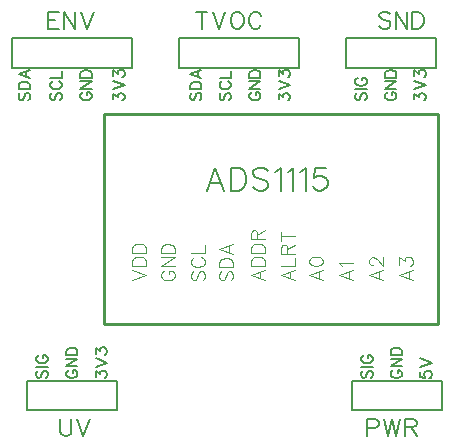
<source format=gto>
G04 Layer: TopSilkscreenLayer*
G04 EasyEDA v6.5.38, 2023-12-02 23:49:31*
G04 f3335789055e47b3961c9cef71cec245,07f4848b7c094117bb63b494a1dfdd33,10*
G04 Gerber Generator version 0.2*
G04 Scale: 100 percent, Rotated: No, Reflected: No *
G04 Dimensions in millimeters *
G04 leading zeros omitted , absolute positions ,4 integer and 5 decimal *
%FSLAX45Y45*%
%MOMM*%

%ADD10C,0.2032*%
%ADD11C,0.1200*%
%ADD12C,0.2000*%
%ADD13C,0.2030*%
%ADD14C,0.2540*%
%ADD15C,0.0105*%

%LPD*%
D10*
X3899992Y5951372D02*
G01*
X3899992Y5808116D01*
X3899992Y5951372D02*
G01*
X3988638Y5951372D01*
X3899992Y5883046D02*
G01*
X3954602Y5883046D01*
X3899992Y5808116D02*
G01*
X3988638Y5808116D01*
X4033596Y5951372D02*
G01*
X4033596Y5808116D01*
X4033596Y5951372D02*
G01*
X4129100Y5808116D01*
X4129100Y5951372D02*
G01*
X4129100Y5808116D01*
X4174058Y5951372D02*
G01*
X4228668Y5808116D01*
X4283278Y5951372D02*
G01*
X4228668Y5808116D01*
X5197741Y5951372D02*
G01*
X5197741Y5808116D01*
X5149989Y5951372D02*
G01*
X5245493Y5951372D01*
X5290451Y5951372D02*
G01*
X5345061Y5808116D01*
X5399417Y5951372D02*
G01*
X5345061Y5808116D01*
X5485523Y5951372D02*
G01*
X5471807Y5944514D01*
X5458091Y5930798D01*
X5451233Y5917336D01*
X5444629Y5896762D01*
X5444629Y5862726D01*
X5451233Y5842152D01*
X5458091Y5828690D01*
X5471807Y5814974D01*
X5485523Y5808116D01*
X5512701Y5808116D01*
X5526417Y5814974D01*
X5539879Y5828690D01*
X5546737Y5842152D01*
X5553595Y5862726D01*
X5553595Y5896762D01*
X5546737Y5917336D01*
X5539879Y5930798D01*
X5526417Y5944514D01*
X5512701Y5951372D01*
X5485523Y5951372D01*
X5700915Y5917336D02*
G01*
X5694057Y5930798D01*
X5680341Y5944514D01*
X5666879Y5951372D01*
X5639447Y5951372D01*
X5625985Y5944514D01*
X5612269Y5930798D01*
X5605411Y5917336D01*
X5598553Y5896762D01*
X5598553Y5862726D01*
X5605411Y5842152D01*
X5612269Y5828690D01*
X5625985Y5814974D01*
X5639447Y5808116D01*
X5666879Y5808116D01*
X5680341Y5814974D01*
X5694057Y5828690D01*
X5700915Y5842152D01*
X6795490Y5930798D02*
G01*
X6781774Y5944514D01*
X6761454Y5951372D01*
X6734022Y5951372D01*
X6713702Y5944514D01*
X6699986Y5930798D01*
X6699986Y5917336D01*
X6706844Y5903620D01*
X6713702Y5896762D01*
X6727164Y5889904D01*
X6768058Y5876442D01*
X6781774Y5869584D01*
X6788632Y5862726D01*
X6795490Y5849010D01*
X6795490Y5828690D01*
X6781774Y5814974D01*
X6761454Y5808116D01*
X6734022Y5808116D01*
X6713702Y5814974D01*
X6699986Y5828690D01*
X6840448Y5951372D02*
G01*
X6840448Y5808116D01*
X6840448Y5951372D02*
G01*
X6935952Y5808116D01*
X6935952Y5951372D02*
G01*
X6935952Y5808116D01*
X6980910Y5951372D02*
G01*
X6980910Y5808116D01*
X6980910Y5951372D02*
G01*
X7028662Y5951372D01*
X7048982Y5944514D01*
X7062698Y5930798D01*
X7069556Y5917336D01*
X7076414Y5896762D01*
X7076414Y5862726D01*
X7069556Y5842152D01*
X7062698Y5828690D01*
X7048982Y5814974D01*
X7028662Y5808116D01*
X6980910Y5808116D01*
X3999991Y2501379D02*
G01*
X3999991Y2399017D01*
X4006850Y2378697D01*
X4020565Y2364981D01*
X4040886Y2358123D01*
X4054602Y2358123D01*
X4074922Y2364981D01*
X4088638Y2378697D01*
X4095495Y2399017D01*
X4095495Y2501379D01*
X4140454Y2501379D02*
G01*
X4195063Y2358123D01*
X4249420Y2501379D02*
G01*
X4195063Y2358123D01*
X6599986Y2501379D02*
G01*
X6599986Y2358123D01*
X6599986Y2501379D02*
G01*
X6661454Y2501379D01*
X6681774Y2494521D01*
X6688632Y2487663D01*
X6695490Y2474201D01*
X6695490Y2453627D01*
X6688632Y2439911D01*
X6681774Y2433053D01*
X6661454Y2426449D01*
X6599986Y2426449D01*
X6740448Y2501379D02*
G01*
X6774484Y2358123D01*
X6808520Y2501379D02*
G01*
X6774484Y2358123D01*
X6808520Y2501379D02*
G01*
X6842810Y2358123D01*
X6876846Y2501379D02*
G01*
X6842810Y2358123D01*
X6921804Y2501379D02*
G01*
X6921804Y2358123D01*
X6921804Y2501379D02*
G01*
X6983272Y2501379D01*
X7003592Y2494521D01*
X7010450Y2487663D01*
X7017308Y2474201D01*
X7017308Y2460485D01*
X7010450Y2446769D01*
X7003592Y2439911D01*
X6983272Y2433053D01*
X6921804Y2433053D01*
X6969556Y2433053D02*
G01*
X7017308Y2358123D01*
X3662641Y5263616D02*
G01*
X3653751Y5254472D01*
X3649179Y5241010D01*
X3649179Y5222722D01*
X3653751Y5209006D01*
X3662641Y5200116D01*
X3671785Y5200116D01*
X3680929Y5204434D01*
X3685501Y5209006D01*
X3690073Y5218150D01*
X3698963Y5245328D01*
X3703535Y5254472D01*
X3708107Y5259044D01*
X3717251Y5263616D01*
X3730967Y5263616D01*
X3740111Y5254472D01*
X3744429Y5241010D01*
X3744429Y5222722D01*
X3740111Y5209006D01*
X3730967Y5200116D01*
X3649179Y5293588D02*
G01*
X3744429Y5293588D01*
X3649179Y5293588D02*
G01*
X3649179Y5325338D01*
X3653751Y5339054D01*
X3662641Y5348198D01*
X3671785Y5352770D01*
X3685501Y5357342D01*
X3708107Y5357342D01*
X3721823Y5352770D01*
X3730967Y5348198D01*
X3740111Y5339054D01*
X3744429Y5325338D01*
X3744429Y5293588D01*
X3649179Y5423636D02*
G01*
X3744429Y5387314D01*
X3649179Y5423636D02*
G01*
X3744429Y5459958D01*
X3712679Y5400776D02*
G01*
X3712679Y5446242D01*
X5112638Y5263616D02*
G01*
X5103749Y5254472D01*
X5099177Y5241010D01*
X5099177Y5222722D01*
X5103749Y5209006D01*
X5112638Y5200116D01*
X5121783Y5200116D01*
X5130927Y5204434D01*
X5135499Y5209006D01*
X5140070Y5218150D01*
X5148961Y5245328D01*
X5153533Y5254472D01*
X5158104Y5259044D01*
X5167249Y5263616D01*
X5180965Y5263616D01*
X5190109Y5254472D01*
X5194427Y5241010D01*
X5194427Y5222722D01*
X5190109Y5209006D01*
X5180965Y5200116D01*
X5099177Y5293588D02*
G01*
X5194427Y5293588D01*
X5099177Y5293588D02*
G01*
X5099177Y5325338D01*
X5103749Y5339054D01*
X5112638Y5348198D01*
X5121783Y5352770D01*
X5135499Y5357342D01*
X5158104Y5357342D01*
X5171820Y5352770D01*
X5180965Y5348198D01*
X5190109Y5339054D01*
X5194427Y5325338D01*
X5194427Y5293588D01*
X5099177Y5423636D02*
G01*
X5194427Y5387314D01*
X5099177Y5423636D02*
G01*
X5194427Y5459958D01*
X5162677Y5400776D02*
G01*
X5162677Y5446242D01*
X3929532Y5265973D02*
G01*
X3920388Y5256829D01*
X3915816Y5243113D01*
X3915816Y5225079D01*
X3920388Y5211363D01*
X3929532Y5202219D01*
X3938676Y5202219D01*
X3947820Y5206791D01*
X3952138Y5211363D01*
X3956710Y5220507D01*
X3965854Y5247685D01*
X3970426Y5256829D01*
X3974998Y5261401D01*
X3984142Y5265973D01*
X3997604Y5265973D01*
X4006748Y5256829D01*
X4011320Y5243113D01*
X4011320Y5225079D01*
X4006748Y5211363D01*
X3997604Y5202219D01*
X3938676Y5364017D02*
G01*
X3929532Y5359445D01*
X3920388Y5350555D01*
X3915816Y5341411D01*
X3915816Y5323123D01*
X3920388Y5313979D01*
X3929532Y5305089D01*
X3938676Y5300517D01*
X3952138Y5295945D01*
X3974998Y5295945D01*
X3988714Y5300517D01*
X3997604Y5305089D01*
X4006748Y5313979D01*
X4011320Y5323123D01*
X4011320Y5341411D01*
X4006748Y5350555D01*
X3997604Y5359445D01*
X3988714Y5364017D01*
X3915816Y5393989D02*
G01*
X4011320Y5393989D01*
X4011320Y5393989D02*
G01*
X4011320Y5448599D01*
X5362712Y5263690D02*
G01*
X5353568Y5254546D01*
X5348996Y5240830D01*
X5348996Y5222796D01*
X5353568Y5209080D01*
X5362712Y5199936D01*
X5371856Y5199936D01*
X5381000Y5204508D01*
X5385318Y5209080D01*
X5389890Y5218224D01*
X5399034Y5245402D01*
X5403606Y5254546D01*
X5408178Y5259118D01*
X5417322Y5263690D01*
X5430784Y5263690D01*
X5439928Y5254546D01*
X5444500Y5240830D01*
X5444500Y5222796D01*
X5439928Y5209080D01*
X5430784Y5199936D01*
X5371856Y5361734D02*
G01*
X5362712Y5357162D01*
X5353568Y5348272D01*
X5348996Y5339128D01*
X5348996Y5320840D01*
X5353568Y5311696D01*
X5362712Y5302806D01*
X5371856Y5298234D01*
X5385318Y5293662D01*
X5408178Y5293662D01*
X5421894Y5298234D01*
X5430784Y5302806D01*
X5439928Y5311696D01*
X5444500Y5320840D01*
X5444500Y5339128D01*
X5439928Y5348272D01*
X5430784Y5357162D01*
X5421894Y5361734D01*
X5348996Y5391706D02*
G01*
X5444500Y5391706D01*
X5444500Y5391706D02*
G01*
X5444500Y5446316D01*
X4192676Y5270545D02*
G01*
X4183532Y5265973D01*
X4174388Y5256829D01*
X4169816Y5247685D01*
X4169816Y5229651D01*
X4174388Y5220507D01*
X4183532Y5211363D01*
X4192676Y5206791D01*
X4206138Y5202219D01*
X4228998Y5202219D01*
X4242714Y5206791D01*
X4251604Y5211363D01*
X4260748Y5220507D01*
X4265320Y5229651D01*
X4265320Y5247685D01*
X4260748Y5256829D01*
X4251604Y5265973D01*
X4242714Y5270545D01*
X4228998Y5270545D01*
X4228998Y5247685D02*
G01*
X4228998Y5270545D01*
X4169816Y5300517D02*
G01*
X4265320Y5300517D01*
X4169816Y5300517D02*
G01*
X4265320Y5364017D01*
X4169816Y5364017D02*
G01*
X4265320Y5364017D01*
X4169816Y5393989D02*
G01*
X4265320Y5393989D01*
X4169816Y5393989D02*
G01*
X4169816Y5425993D01*
X4174388Y5439455D01*
X4183532Y5448599D01*
X4192676Y5453171D01*
X4206138Y5457743D01*
X4228998Y5457743D01*
X4242714Y5453171D01*
X4251604Y5448599D01*
X4260748Y5439455D01*
X4265320Y5425993D01*
X4265320Y5393989D01*
X5621855Y5268262D02*
G01*
X5612711Y5263690D01*
X5603567Y5254546D01*
X5598995Y5245402D01*
X5598995Y5227368D01*
X5603567Y5218224D01*
X5612711Y5209080D01*
X5621855Y5204508D01*
X5635317Y5199936D01*
X5658177Y5199936D01*
X5671893Y5204508D01*
X5680783Y5209080D01*
X5689927Y5218224D01*
X5694499Y5227368D01*
X5694499Y5245402D01*
X5689927Y5254546D01*
X5680783Y5263690D01*
X5671893Y5268262D01*
X5658177Y5268262D01*
X5658177Y5245402D02*
G01*
X5658177Y5268262D01*
X5598995Y5298234D02*
G01*
X5694499Y5298234D01*
X5598995Y5298234D02*
G01*
X5694499Y5361734D01*
X5598995Y5361734D02*
G01*
X5694499Y5361734D01*
X5598995Y5391706D02*
G01*
X5694499Y5391706D01*
X5598995Y5391706D02*
G01*
X5598995Y5423710D01*
X5603567Y5437172D01*
X5612711Y5446316D01*
X5621855Y5450888D01*
X5635317Y5455460D01*
X5658177Y5455460D01*
X5671893Y5450888D01*
X5680783Y5446316D01*
X5689927Y5437172D01*
X5694499Y5423710D01*
X5694499Y5391706D01*
X6771853Y5268262D02*
G01*
X6762709Y5263690D01*
X6753565Y5254546D01*
X6748993Y5245402D01*
X6748993Y5227368D01*
X6753565Y5218224D01*
X6762709Y5209080D01*
X6771853Y5204508D01*
X6785315Y5199936D01*
X6808175Y5199936D01*
X6821891Y5204508D01*
X6830781Y5209080D01*
X6839925Y5218224D01*
X6844497Y5227368D01*
X6844497Y5245402D01*
X6839925Y5254546D01*
X6830781Y5263690D01*
X6821891Y5268262D01*
X6808175Y5268262D01*
X6808175Y5245402D02*
G01*
X6808175Y5268262D01*
X6748993Y5298234D02*
G01*
X6844497Y5298234D01*
X6748993Y5298234D02*
G01*
X6844497Y5361734D01*
X6748993Y5361734D02*
G01*
X6844497Y5361734D01*
X6748993Y5391706D02*
G01*
X6844497Y5391706D01*
X6748993Y5391706D02*
G01*
X6748993Y5423710D01*
X6753565Y5437172D01*
X6762709Y5446316D01*
X6771853Y5450888D01*
X6785315Y5455460D01*
X6808175Y5455460D01*
X6821891Y5450888D01*
X6830781Y5446316D01*
X6839925Y5437172D01*
X6844497Y5423710D01*
X6844497Y5391706D01*
X4071858Y2918266D02*
G01*
X4062714Y2913694D01*
X4053570Y2904550D01*
X4048998Y2895406D01*
X4048998Y2877372D01*
X4053570Y2868228D01*
X4062714Y2859084D01*
X4071858Y2854512D01*
X4085320Y2849940D01*
X4108180Y2849940D01*
X4121896Y2854512D01*
X4130786Y2859084D01*
X4139930Y2868228D01*
X4144502Y2877372D01*
X4144502Y2895406D01*
X4139930Y2904550D01*
X4130786Y2913694D01*
X4121896Y2918266D01*
X4108180Y2918266D01*
X4108180Y2895406D02*
G01*
X4108180Y2918266D01*
X4048998Y2948238D02*
G01*
X4144502Y2948238D01*
X4048998Y2948238D02*
G01*
X4144502Y3011738D01*
X4048998Y3011738D02*
G01*
X4144502Y3011738D01*
X4048998Y3041710D02*
G01*
X4144502Y3041710D01*
X4048998Y3041710D02*
G01*
X4048998Y3073714D01*
X4053570Y3087176D01*
X4062714Y3096320D01*
X4071858Y3100892D01*
X4085320Y3105464D01*
X4108180Y3105464D01*
X4121896Y3100892D01*
X4130786Y3096320D01*
X4139930Y3087176D01*
X4144502Y3073714D01*
X4144502Y3041710D01*
X6821853Y2918266D02*
G01*
X6812709Y2913694D01*
X6803565Y2904550D01*
X6798993Y2895406D01*
X6798993Y2877372D01*
X6803565Y2868228D01*
X6812709Y2859084D01*
X6821853Y2854512D01*
X6835315Y2849940D01*
X6858175Y2849940D01*
X6871891Y2854512D01*
X6880781Y2859084D01*
X6889925Y2868228D01*
X6894497Y2877372D01*
X6894497Y2895406D01*
X6889925Y2904550D01*
X6880781Y2913694D01*
X6871891Y2918266D01*
X6858175Y2918266D01*
X6858175Y2895406D02*
G01*
X6858175Y2918266D01*
X6798993Y2948238D02*
G01*
X6894497Y2948238D01*
X6798993Y2948238D02*
G01*
X6894497Y3011738D01*
X6798993Y3011738D02*
G01*
X6894497Y3011738D01*
X6798993Y3041710D02*
G01*
X6894497Y3041710D01*
X6798993Y3041710D02*
G01*
X6798993Y3073714D01*
X6803565Y3087176D01*
X6812709Y3096320D01*
X6821853Y3100892D01*
X6835315Y3105464D01*
X6858175Y3105464D01*
X6871891Y3100892D01*
X6880781Y3096320D01*
X6889925Y3087176D01*
X6894497Y3073714D01*
X6894497Y3041710D01*
X7049008Y2904464D02*
G01*
X7049008Y2858998D01*
X7089902Y2854426D01*
X7085329Y2858998D01*
X7081011Y2872714D01*
X7081011Y2886430D01*
X7085329Y2899892D01*
X7094474Y2909036D01*
X7108190Y2913608D01*
X7117334Y2913608D01*
X7130795Y2909036D01*
X7139940Y2899892D01*
X7144511Y2886430D01*
X7144511Y2872714D01*
X7139940Y2858998D01*
X7135368Y2854426D01*
X7126224Y2850108D01*
X7049008Y2943580D02*
G01*
X7144511Y2979902D01*
X7049008Y3016478D02*
G01*
X7144511Y2979902D01*
X6998995Y5208955D02*
G01*
X6998995Y5258993D01*
X7035317Y5231815D01*
X7035317Y5245531D01*
X7039889Y5254421D01*
X7044461Y5258993D01*
X7058177Y5263565D01*
X7067321Y5263565D01*
X7080783Y5258993D01*
X7089927Y5250103D01*
X7094499Y5236387D01*
X7094499Y5222671D01*
X7089927Y5208955D01*
X7085355Y5204637D01*
X7076465Y5200065D01*
X6998995Y5293537D02*
G01*
X7094499Y5330113D01*
X6998995Y5366435D02*
G01*
X7094499Y5330113D01*
X6998995Y5405551D02*
G01*
X6998995Y5455335D01*
X7035317Y5428157D01*
X7035317Y5441873D01*
X7039889Y5451017D01*
X7044461Y5455335D01*
X7058177Y5459907D01*
X7067321Y5459907D01*
X7080783Y5455335D01*
X7089927Y5446445D01*
X7094499Y5432729D01*
X7094499Y5419013D01*
X7089927Y5405551D01*
X7085355Y5400979D01*
X7076465Y5396407D01*
X5848997Y5208955D02*
G01*
X5848997Y5258993D01*
X5885319Y5231815D01*
X5885319Y5245531D01*
X5889891Y5254421D01*
X5894463Y5258993D01*
X5908179Y5263565D01*
X5917323Y5263565D01*
X5930785Y5258993D01*
X5939929Y5250103D01*
X5944501Y5236387D01*
X5944501Y5222671D01*
X5939929Y5208955D01*
X5935357Y5204637D01*
X5926467Y5200065D01*
X5848997Y5293537D02*
G01*
X5944501Y5330113D01*
X5848997Y5366435D02*
G01*
X5944501Y5330113D01*
X5848997Y5405551D02*
G01*
X5848997Y5455335D01*
X5885319Y5428157D01*
X5885319Y5441873D01*
X5889891Y5451017D01*
X5894463Y5455335D01*
X5908179Y5459907D01*
X5917323Y5459907D01*
X5930785Y5455335D01*
X5939929Y5446445D01*
X5944501Y5432729D01*
X5944501Y5419013D01*
X5939929Y5405551D01*
X5935357Y5400979D01*
X5926467Y5396407D01*
X4449000Y5208955D02*
G01*
X4449000Y5258993D01*
X4485322Y5231815D01*
X4485322Y5245531D01*
X4489894Y5254421D01*
X4494466Y5258993D01*
X4508182Y5263565D01*
X4517326Y5263565D01*
X4530788Y5258993D01*
X4539932Y5250103D01*
X4544504Y5236387D01*
X4544504Y5222671D01*
X4539932Y5208955D01*
X4535360Y5204637D01*
X4526470Y5200065D01*
X4449000Y5293537D02*
G01*
X4544504Y5330113D01*
X4449000Y5366435D02*
G01*
X4544504Y5330113D01*
X4449000Y5405551D02*
G01*
X4449000Y5455335D01*
X4485322Y5428157D01*
X4485322Y5441873D01*
X4489894Y5451017D01*
X4494466Y5455335D01*
X4508182Y5459907D01*
X4517326Y5459907D01*
X4530788Y5455335D01*
X4539932Y5446445D01*
X4544504Y5432729D01*
X4544504Y5419013D01*
X4539932Y5405551D01*
X4535360Y5400979D01*
X4526470Y5396407D01*
X6512610Y5263692D02*
G01*
X6503720Y5254548D01*
X6499148Y5240832D01*
X6499148Y5222798D01*
X6503720Y5209082D01*
X6512610Y5199938D01*
X6521754Y5199938D01*
X6530898Y5204510D01*
X6535470Y5209082D01*
X6540042Y5218226D01*
X6549186Y5245404D01*
X6553504Y5254548D01*
X6558076Y5259120D01*
X6567220Y5263692D01*
X6580936Y5263692D01*
X6590080Y5254548D01*
X6594652Y5240832D01*
X6594652Y5222798D01*
X6590080Y5209082D01*
X6580936Y5199938D01*
X6499148Y5293664D02*
G01*
X6594652Y5293664D01*
X6521754Y5391708D02*
G01*
X6512610Y5387136D01*
X6503720Y5378246D01*
X6499148Y5369102D01*
X6499148Y5350814D01*
X6503720Y5341924D01*
X6512610Y5332780D01*
X6521754Y5328208D01*
X6535470Y5323636D01*
X6558076Y5323636D01*
X6571792Y5328208D01*
X6580936Y5332780D01*
X6590080Y5341924D01*
X6594652Y5350814D01*
X6594652Y5369102D01*
X6590080Y5378246D01*
X6580936Y5387136D01*
X6571792Y5391708D01*
X6558076Y5391708D01*
X6558076Y5369102D02*
G01*
X6558076Y5391708D01*
X3812616Y2913697D02*
G01*
X3803726Y2904553D01*
X3799154Y2890837D01*
X3799154Y2872803D01*
X3803726Y2859087D01*
X3812616Y2849943D01*
X3821760Y2849943D01*
X3830904Y2854515D01*
X3835476Y2859087D01*
X3840048Y2868231D01*
X3849192Y2895409D01*
X3853510Y2904553D01*
X3858082Y2909125D01*
X3867226Y2913697D01*
X3880942Y2913697D01*
X3890086Y2904553D01*
X3894658Y2890837D01*
X3894658Y2872803D01*
X3890086Y2859087D01*
X3880942Y2849943D01*
X3799154Y2943669D02*
G01*
X3894658Y2943669D01*
X3821760Y3041713D02*
G01*
X3812616Y3037141D01*
X3803726Y3028251D01*
X3799154Y3019107D01*
X3799154Y3000819D01*
X3803726Y2991929D01*
X3812616Y2982785D01*
X3821760Y2978213D01*
X3835476Y2973641D01*
X3858082Y2973641D01*
X3871798Y2978213D01*
X3880942Y2982785D01*
X3890086Y2991929D01*
X3894658Y3000819D01*
X3894658Y3019107D01*
X3890086Y3028251D01*
X3880942Y3037141D01*
X3871798Y3041713D01*
X3858082Y3041713D01*
X3858082Y3019107D02*
G01*
X3858082Y3041713D01*
X6562610Y2913697D02*
G01*
X6553720Y2904553D01*
X6549148Y2890837D01*
X6549148Y2872803D01*
X6553720Y2859087D01*
X6562610Y2849943D01*
X6571754Y2849943D01*
X6580898Y2854515D01*
X6585470Y2859087D01*
X6590042Y2868231D01*
X6599186Y2895409D01*
X6603504Y2904553D01*
X6608076Y2909125D01*
X6617220Y2913697D01*
X6630936Y2913697D01*
X6640080Y2904553D01*
X6644652Y2890837D01*
X6644652Y2872803D01*
X6640080Y2859087D01*
X6630936Y2849943D01*
X6549148Y2943669D02*
G01*
X6644652Y2943669D01*
X6571754Y3041713D02*
G01*
X6562610Y3037141D01*
X6553720Y3028251D01*
X6549148Y3019107D01*
X6549148Y3000819D01*
X6553720Y2991929D01*
X6562610Y2982785D01*
X6571754Y2978213D01*
X6585470Y2973641D01*
X6608076Y2973641D01*
X6621792Y2978213D01*
X6630936Y2982785D01*
X6640080Y2991929D01*
X6644652Y3000819D01*
X6644652Y3019107D01*
X6640080Y3028251D01*
X6630936Y3037141D01*
X6621792Y3041713D01*
X6608076Y3041713D01*
X6608076Y3019107D02*
G01*
X6608076Y3041713D01*
X4299000Y2858960D02*
G01*
X4299000Y2908998D01*
X4335322Y2881820D01*
X4335322Y2895536D01*
X4339894Y2904426D01*
X4344466Y2908998D01*
X4358182Y2913570D01*
X4367326Y2913570D01*
X4380788Y2908998D01*
X4389932Y2900108D01*
X4394504Y2886392D01*
X4394504Y2872676D01*
X4389932Y2858960D01*
X4385360Y2854642D01*
X4376470Y2850070D01*
X4299000Y2943542D02*
G01*
X4394504Y2980118D01*
X4299000Y3016440D02*
G01*
X4394504Y2980118D01*
X4299000Y3055556D02*
G01*
X4299000Y3105340D01*
X4335322Y3078162D01*
X4335322Y3091878D01*
X4339894Y3101022D01*
X4344466Y3105340D01*
X4358182Y3109912D01*
X4367326Y3109912D01*
X4380788Y3105340D01*
X4389932Y3096450D01*
X4394504Y3082734D01*
X4394504Y3069018D01*
X4389932Y3055556D01*
X4385360Y3050984D01*
X4376470Y3046412D01*
D11*
X4612030Y3676992D02*
G01*
X4726584Y3720680D01*
X4612030Y3764368D02*
G01*
X4726584Y3720680D01*
X4612030Y3800182D02*
G01*
X4726584Y3800182D01*
X4612030Y3800182D02*
G01*
X4612030Y3838536D01*
X4617618Y3854792D01*
X4628540Y3865714D01*
X4639462Y3871048D01*
X4655718Y3876636D01*
X4682896Y3876636D01*
X4699406Y3871048D01*
X4710328Y3865714D01*
X4721250Y3854792D01*
X4726584Y3838536D01*
X4726584Y3800182D01*
X4612030Y3912704D02*
G01*
X4726584Y3912704D01*
X4612030Y3912704D02*
G01*
X4612030Y3950804D01*
X4617618Y3967060D01*
X4628540Y3977982D01*
X4639462Y3983570D01*
X4655718Y3988904D01*
X4682896Y3988904D01*
X4699406Y3983570D01*
X4710328Y3977982D01*
X4721250Y3967060D01*
X4726584Y3950804D01*
X4726584Y3912704D01*
X4880762Y3758780D02*
G01*
X4869840Y3753446D01*
X4858918Y3742524D01*
X4853330Y3731602D01*
X4853330Y3709758D01*
X4858918Y3698836D01*
X4869840Y3687914D01*
X4880762Y3682326D01*
X4897018Y3676992D01*
X4924196Y3676992D01*
X4940706Y3682326D01*
X4951628Y3687914D01*
X4962550Y3698836D01*
X4967884Y3709758D01*
X4967884Y3731602D01*
X4962550Y3742524D01*
X4951628Y3753446D01*
X4940706Y3758780D01*
X4924196Y3758780D01*
X4924196Y3731602D02*
G01*
X4924196Y3758780D01*
X4853330Y3794848D02*
G01*
X4967884Y3794848D01*
X4853330Y3794848D02*
G01*
X4967884Y3871048D01*
X4853330Y3871048D02*
G01*
X4967884Y3871048D01*
X4853330Y3907116D02*
G01*
X4967884Y3907116D01*
X4853330Y3907116D02*
G01*
X4853330Y3945470D01*
X4858918Y3961726D01*
X4869840Y3972648D01*
X4880762Y3977982D01*
X4897018Y3983570D01*
X4924196Y3983570D01*
X4940706Y3977982D01*
X4951628Y3972648D01*
X4962550Y3961726D01*
X4967884Y3945470D01*
X4967884Y3907116D01*
X5123840Y3753446D02*
G01*
X5112918Y3742524D01*
X5107330Y3726014D01*
X5107330Y3704170D01*
X5112918Y3687914D01*
X5123840Y3676992D01*
X5134762Y3676992D01*
X5145684Y3682326D01*
X5151018Y3687914D01*
X5156606Y3698836D01*
X5167274Y3731602D01*
X5172862Y3742524D01*
X5178196Y3747858D01*
X5189118Y3753446D01*
X5205628Y3753446D01*
X5216550Y3742524D01*
X5221884Y3726014D01*
X5221884Y3704170D01*
X5216550Y3687914D01*
X5205628Y3676992D01*
X5134762Y3871048D02*
G01*
X5123840Y3865714D01*
X5112918Y3854792D01*
X5107330Y3843870D01*
X5107330Y3822026D01*
X5112918Y3811104D01*
X5123840Y3800182D01*
X5134762Y3794848D01*
X5151018Y3789260D01*
X5178196Y3789260D01*
X5194706Y3794848D01*
X5205628Y3800182D01*
X5216550Y3811104D01*
X5221884Y3822026D01*
X5221884Y3843870D01*
X5216550Y3854792D01*
X5205628Y3865714D01*
X5194706Y3871048D01*
X5107330Y3907116D02*
G01*
X5221884Y3907116D01*
X5221884Y3907116D02*
G01*
X5221884Y3972648D01*
X5615330Y3720680D02*
G01*
X5729884Y3676992D01*
X5615330Y3720680D02*
G01*
X5729884Y3764368D01*
X5691784Y3693248D02*
G01*
X5691784Y3747858D01*
X5615330Y3800182D02*
G01*
X5729884Y3800182D01*
X5615330Y3800182D02*
G01*
X5615330Y3838536D01*
X5620918Y3854792D01*
X5631840Y3865714D01*
X5642762Y3871048D01*
X5659018Y3876636D01*
X5686196Y3876636D01*
X5702706Y3871048D01*
X5713628Y3865714D01*
X5724550Y3854792D01*
X5729884Y3838536D01*
X5729884Y3800182D01*
X5615330Y3912704D02*
G01*
X5729884Y3912704D01*
X5615330Y3912704D02*
G01*
X5615330Y3950804D01*
X5620918Y3967060D01*
X5631840Y3977982D01*
X5642762Y3983570D01*
X5659018Y3988904D01*
X5686196Y3988904D01*
X5702706Y3983570D01*
X5713628Y3977982D01*
X5724550Y3967060D01*
X5729884Y3950804D01*
X5729884Y3912704D01*
X5615330Y4024972D02*
G01*
X5729884Y4024972D01*
X5615330Y4024972D02*
G01*
X5615330Y4073994D01*
X5620918Y4090504D01*
X5626252Y4095838D01*
X5637174Y4101426D01*
X5648096Y4101426D01*
X5659018Y4095838D01*
X5664606Y4090504D01*
X5669940Y4073994D01*
X5669940Y4024972D01*
X5669940Y4063072D02*
G01*
X5729884Y4101426D01*
X5869330Y3720680D02*
G01*
X5983884Y3676992D01*
X5869330Y3720680D02*
G01*
X5983884Y3764368D01*
X5945784Y3693248D02*
G01*
X5945784Y3747858D01*
X5869330Y3800182D02*
G01*
X5983884Y3800182D01*
X5983884Y3800182D02*
G01*
X5983884Y3865714D01*
X5869330Y3901782D02*
G01*
X5983884Y3901782D01*
X5869330Y3901782D02*
G01*
X5869330Y3950804D01*
X5874918Y3967060D01*
X5880252Y3972648D01*
X5891174Y3977982D01*
X5902096Y3977982D01*
X5913018Y3972648D01*
X5918606Y3967060D01*
X5923940Y3950804D01*
X5923940Y3901782D01*
X5923940Y3939882D02*
G01*
X5983884Y3977982D01*
X5869330Y4052150D02*
G01*
X5983884Y4052150D01*
X5869330Y4014050D02*
G01*
X5869330Y4090504D01*
X6110630Y3720680D02*
G01*
X6225184Y3676992D01*
X6110630Y3720680D02*
G01*
X6225184Y3764368D01*
X6187084Y3693248D02*
G01*
X6187084Y3747858D01*
X6110630Y3832948D02*
G01*
X6116218Y3816692D01*
X6132474Y3805770D01*
X6159906Y3800182D01*
X6176162Y3800182D01*
X6203340Y3805770D01*
X6219850Y3816692D01*
X6225184Y3832948D01*
X6225184Y3843870D01*
X6219850Y3860380D01*
X6203340Y3871048D01*
X6176162Y3876636D01*
X6159906Y3876636D01*
X6132474Y3871048D01*
X6116218Y3860380D01*
X6110630Y3843870D01*
X6110630Y3832948D01*
X6364630Y3720680D02*
G01*
X6479184Y3676992D01*
X6364630Y3720680D02*
G01*
X6479184Y3764368D01*
X6441084Y3693248D02*
G01*
X6441084Y3747858D01*
X6386474Y3800182D02*
G01*
X6381140Y3811104D01*
X6364630Y3827614D01*
X6479184Y3827614D01*
X6618630Y3720680D02*
G01*
X6733184Y3676992D01*
X6618630Y3720680D02*
G01*
X6733184Y3764368D01*
X6695084Y3693248D02*
G01*
X6695084Y3747858D01*
X6646062Y3805770D02*
G01*
X6640474Y3805770D01*
X6629552Y3811104D01*
X6624218Y3816692D01*
X6618630Y3827614D01*
X6618630Y3849458D01*
X6624218Y3860380D01*
X6629552Y3865714D01*
X6640474Y3871048D01*
X6651396Y3871048D01*
X6662318Y3865714D01*
X6678574Y3854792D01*
X6733184Y3800182D01*
X6733184Y3876636D01*
X6872630Y3720680D02*
G01*
X6987184Y3676992D01*
X6872630Y3720680D02*
G01*
X6987184Y3764368D01*
X6949084Y3693248D02*
G01*
X6949084Y3747858D01*
X6872630Y3811104D02*
G01*
X6872630Y3871048D01*
X6916318Y3838536D01*
X6916318Y3854792D01*
X6921906Y3865714D01*
X6927240Y3871048D01*
X6943496Y3876636D01*
X6954418Y3876636D01*
X6970928Y3871048D01*
X6981850Y3860380D01*
X6987184Y3843870D01*
X6987184Y3827614D01*
X6981850Y3811104D01*
X6976262Y3805770D01*
X6965340Y3800182D01*
X5365140Y3753446D02*
G01*
X5354218Y3742524D01*
X5348630Y3726014D01*
X5348630Y3704170D01*
X5354218Y3687914D01*
X5365140Y3676992D01*
X5376062Y3676992D01*
X5386984Y3682326D01*
X5392318Y3687914D01*
X5397906Y3698836D01*
X5408574Y3731602D01*
X5414162Y3742524D01*
X5419496Y3747858D01*
X5430418Y3753446D01*
X5446928Y3753446D01*
X5457850Y3742524D01*
X5463184Y3726014D01*
X5463184Y3704170D01*
X5457850Y3687914D01*
X5446928Y3676992D01*
X5348630Y3789260D02*
G01*
X5463184Y3789260D01*
X5348630Y3789260D02*
G01*
X5348630Y3827614D01*
X5354218Y3843870D01*
X5365140Y3854792D01*
X5376062Y3860380D01*
X5392318Y3865714D01*
X5419496Y3865714D01*
X5436006Y3860380D01*
X5446928Y3854792D01*
X5457850Y3843870D01*
X5463184Y3827614D01*
X5463184Y3789260D01*
X5348630Y3945470D02*
G01*
X5463184Y3901782D01*
X5348630Y3945470D02*
G01*
X5463184Y3988904D01*
X5425084Y3918038D02*
G01*
X5425084Y3972648D01*
D12*
X5313832Y4628222D02*
G01*
X5241188Y4437214D01*
X5313832Y4628222D02*
G01*
X5386730Y4437214D01*
X5268366Y4500714D02*
G01*
X5359298Y4500714D01*
X5446674Y4628222D02*
G01*
X5446674Y4437214D01*
X5446674Y4628222D02*
G01*
X5510174Y4628222D01*
X5537606Y4619078D01*
X5555640Y4600790D01*
X5564784Y4582756D01*
X5573928Y4555324D01*
X5573928Y4509858D01*
X5564784Y4482680D01*
X5555640Y4464392D01*
X5537606Y4446358D01*
X5510174Y4437214D01*
X5446674Y4437214D01*
X5761126Y4600790D02*
G01*
X5743092Y4619078D01*
X5715660Y4628222D01*
X5679338Y4628222D01*
X5652160Y4619078D01*
X5633872Y4600790D01*
X5633872Y4582756D01*
X5643016Y4564468D01*
X5652160Y4555324D01*
X5670194Y4546180D01*
X5724804Y4528146D01*
X5743092Y4519002D01*
X5751982Y4509858D01*
X5761126Y4491824D01*
X5761126Y4464392D01*
X5743092Y4446358D01*
X5715660Y4437214D01*
X5679338Y4437214D01*
X5652160Y4446358D01*
X5633872Y4464392D01*
X5821070Y4591646D02*
G01*
X5839358Y4600790D01*
X5866536Y4628222D01*
X5866536Y4437214D01*
X5926734Y4591646D02*
G01*
X5944768Y4600790D01*
X5972200Y4628222D01*
X5972200Y4437214D01*
X6032144Y4591646D02*
G01*
X6050178Y4600790D01*
X6077610Y4628222D01*
X6077610Y4437214D01*
X6246520Y4628222D02*
G01*
X6155842Y4628222D01*
X6146698Y4546180D01*
X6155842Y4555324D01*
X6183020Y4564468D01*
X6210198Y4564468D01*
X6237630Y4555324D01*
X6255664Y4537290D01*
X6264808Y4509858D01*
X6264808Y4491824D01*
X6255664Y4464392D01*
X6237630Y4446358D01*
X6210198Y4437214D01*
X6183020Y4437214D01*
X6155842Y4446358D01*
X6146698Y4455502D01*
X6137554Y4473536D01*
D10*
X6976986Y2826994D02*
G01*
X7230986Y2826994D01*
X7230986Y2575534D01*
X6468986Y2575534D01*
X6468986Y2826994D01*
X6976986Y2826994D01*
X4226991Y2826994D02*
G01*
X4480991Y2826994D01*
X4480991Y2575534D01*
X3718991Y2575534D01*
X3718991Y2826994D01*
X4226991Y2826994D01*
X6926986Y5726988D02*
G01*
X7180986Y5726988D01*
X7180986Y5475528D01*
X6418986Y5475528D01*
X6418986Y5726988D01*
X6926986Y5726988D01*
X4607991Y5726988D02*
G01*
X4607991Y5472988D01*
X3591991Y5472988D01*
X3591991Y5726988D01*
X3782491Y5726988D01*
D13*
X4607991Y5726988D02*
G01*
X3782491Y5726988D01*
D10*
X6021481Y5726988D02*
G01*
X6021481Y5472988D01*
X5005481Y5472988D01*
X5005481Y5726988D01*
X5195981Y5726988D01*
D13*
X6021481Y5726988D02*
G01*
X5195981Y5726988D01*
D14*
X4372279Y5087683D02*
G01*
X7202271Y5087683D01*
X7202271Y3307676D01*
X4372279Y3307676D01*
X4372279Y5087683D01*
M02*

</source>
